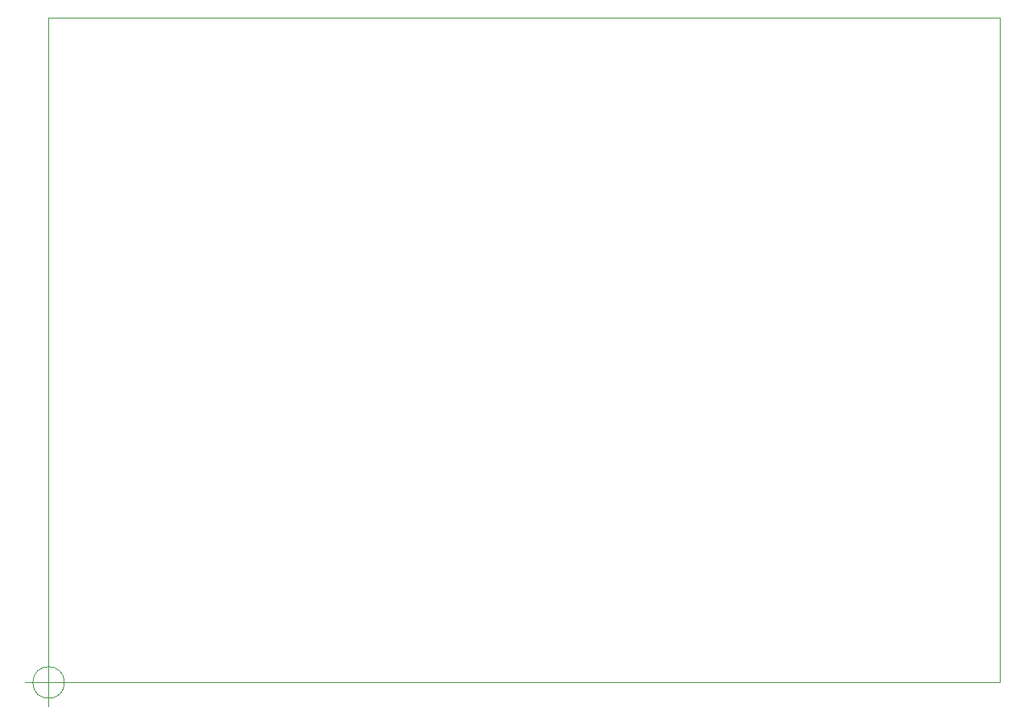
<source format=gbr>
%TF.GenerationSoftware,KiCad,Pcbnew,(6.0.10)*%
%TF.CreationDate,2023-01-15T12:58:33-05:00*%
%TF.ProjectId,Bipolar power supply,4269706f-6c61-4722-9070-6f7765722073,0*%
%TF.SameCoordinates,PX2faf080PY80befc0*%
%TF.FileFunction,Profile,NP*%
%FSLAX46Y46*%
G04 Gerber Fmt 4.6, Leading zero omitted, Abs format (unit mm)*
G04 Created by KiCad (PCBNEW (6.0.10)) date 2023-01-15 12:58:33*
%MOMM*%
%LPD*%
G01*
G04 APERTURE LIST*
%TA.AperFunction,Profile*%
%ADD10C,0.100000*%
%TD*%
G04 APERTURE END LIST*
D10*
X0Y70000000D02*
X100000000Y70000000D01*
X100000000Y70000000D02*
X100000000Y0D01*
X100000000Y0D02*
X0Y0D01*
X0Y0D02*
X0Y70000000D01*
X1666666Y0D02*
G75*
G03*
X1666666Y0I-1666666J0D01*
G01*
X-2500000Y0D02*
X2500000Y0D01*
X0Y2500000D02*
X0Y-2500000D01*
M02*

</source>
